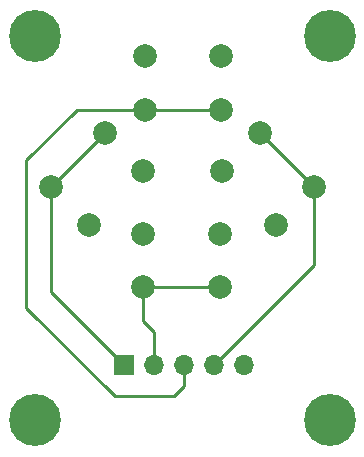
<source format=gbr>
%TF.GenerationSoftware,KiCad,Pcbnew,7.0.7*%
%TF.CreationDate,2023-09-26T19:09:09+01:00*%
%TF.ProjectId,dpad,64706164-2e6b-4696-9361-645f70636258,1*%
%TF.SameCoordinates,Original*%
%TF.FileFunction,Copper,L1,Top*%
%TF.FilePolarity,Positive*%
%FSLAX46Y46*%
G04 Gerber Fmt 4.6, Leading zero omitted, Abs format (unit mm)*
G04 Created by KiCad (PCBNEW 7.0.7) date 2023-09-26 19:09:09*
%MOMM*%
%LPD*%
G01*
G04 APERTURE LIST*
%TA.AperFunction,ComponentPad*%
%ADD10C,4.400000*%
%TD*%
%TA.AperFunction,ComponentPad*%
%ADD11C,2.000000*%
%TD*%
%TA.AperFunction,ComponentPad*%
%ADD12R,1.700000X1.700000*%
%TD*%
%TA.AperFunction,ComponentPad*%
%ADD13O,1.700000X1.700000*%
%TD*%
%TA.AperFunction,Conductor*%
%ADD14C,0.250000*%
%TD*%
G04 APERTURE END LIST*
D10*
%TO.P,H4,1,1*%
%TO.N,GND*%
X95400000Y-71200000D03*
%TD*%
%TO.P,H3,1,1*%
%TO.N,GND*%
X95400000Y-38700000D03*
%TD*%
%TO.P,H2,1,1*%
%TO.N,GND*%
X70400000Y-71200000D03*
%TD*%
%TO.P,H1,1,1*%
%TO.N,GND*%
X70400000Y-38700000D03*
%TD*%
D11*
%TO.P,SW2,1,1*%
%TO.N,D2*%
X86102000Y-59932000D03*
X79602000Y-59932000D03*
%TO.P,SW2,2,2*%
%TO.N,GND*%
X86102000Y-55432000D03*
X79602000Y-55432000D03*
%TD*%
%TO.P,SW4,1,1*%
%TO.N,D4*%
X89458894Y-46898913D03*
X94055088Y-51495107D03*
%TO.P,SW4,2,2*%
%TO.N,GND*%
X86276913Y-50080894D03*
X90873108Y-54677088D03*
%TD*%
%TO.P,SW3,1,1*%
%TO.N,D3*%
X86200000Y-44910000D03*
X79700000Y-44910000D03*
%TO.P,SW3,2,2*%
%TO.N,GND*%
X86200000Y-40410000D03*
X79700000Y-40410000D03*
%TD*%
%TO.P,SW1,1,1*%
%TO.N,D1*%
X71798913Y-51495107D03*
X76395107Y-46898913D03*
%TO.P,SW1,2,2*%
%TO.N,GND*%
X74980894Y-54677088D03*
X79577088Y-50080893D03*
%TD*%
D12*
%TO.P,J1,1,Pin_1*%
%TO.N,D1*%
X77974000Y-66536000D03*
D13*
%TO.P,J1,2,Pin_2*%
%TO.N,D2*%
X80514000Y-66536000D03*
%TO.P,J1,3,Pin_3*%
%TO.N,D3*%
X83054000Y-66536000D03*
%TO.P,J1,4,Pin_4*%
%TO.N,D4*%
X85594000Y-66536000D03*
%TO.P,J1,5,Pin_5*%
%TO.N,GND*%
X88134000Y-66536000D03*
%TD*%
D14*
%TO.N,D3*%
X83054000Y-66536000D02*
X83054000Y-68346000D01*
X83054000Y-68346000D02*
X82200000Y-69200000D01*
X82200000Y-69200000D02*
X77200000Y-69200000D01*
X69700000Y-61700000D02*
X69700000Y-49200000D01*
X77200000Y-69200000D02*
X69700000Y-61700000D01*
X69700000Y-49200000D02*
X73990000Y-44910000D01*
X73990000Y-44910000D02*
X79700000Y-44910000D01*
%TO.N,D2*%
X80514000Y-66536000D02*
X80514000Y-63742000D01*
X79602000Y-62830000D02*
X79602000Y-59932000D01*
X80514000Y-63742000D02*
X79602000Y-62830000D01*
X79602000Y-59932000D02*
X86102000Y-59932000D01*
%TO.N,D3*%
X79700000Y-44910000D02*
X86200000Y-44910000D01*
%TO.N,D4*%
X94055088Y-58074912D02*
X94055088Y-51495107D01*
X94055088Y-51495107D02*
X89458894Y-46898913D01*
X85594000Y-66536000D02*
X94055088Y-58074912D01*
%TO.N,D1*%
X71798913Y-51495107D02*
X76395107Y-46898913D01*
X71798913Y-60360913D02*
X71798913Y-51495107D01*
X77974000Y-66536000D02*
X71798913Y-60360913D01*
%TD*%
M02*

</source>
